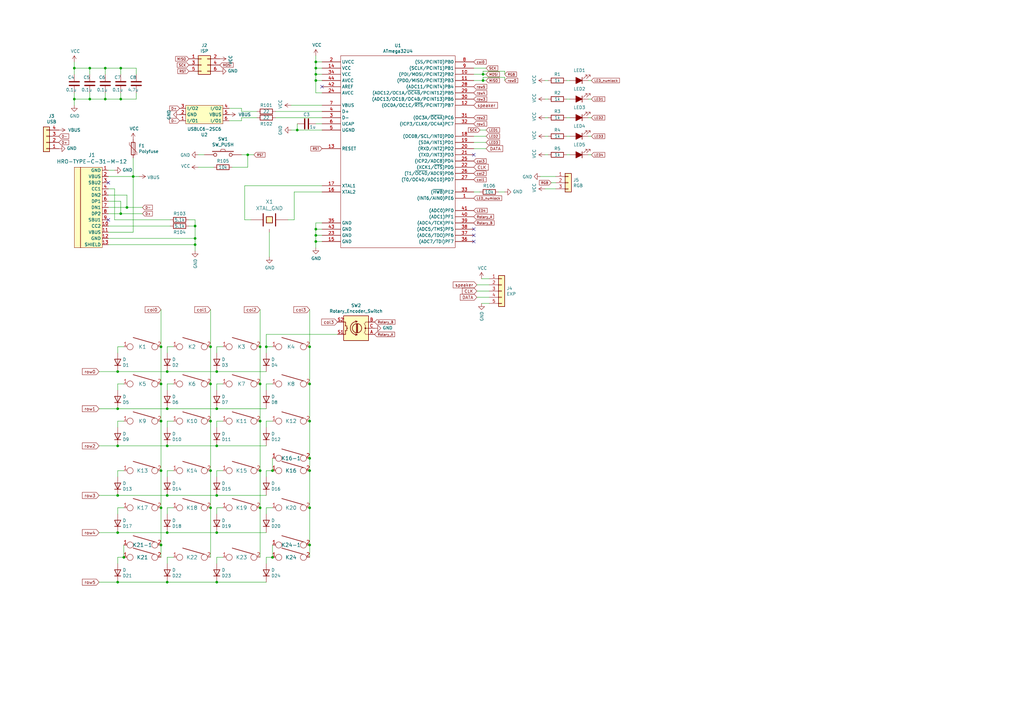
<source format=kicad_sch>
(kicad_sch (version 20200512) (host eeschema "(5.99.0-1789-gecec7192f)")
  (page 1 1)
  (paper "A3")
  (junction (at 30.48 27.94))
  (junction (at 30.48 40.64))
  (junction (at 36.83 27.94))
  (junction (at 36.83 40.64))
  (junction (at 43.18 27.94))
  (junction (at 43.18 40.64))
  (junction (at 48.26 152.4))
  (junction (at 48.26 167.64))
  (junction (at 48.26 182.88))
  (junction (at 48.26 203.2))
  (junction (at 48.26 218.44))
  (junction (at 48.26 238.76))
  (junction (at 49.53 27.94))
  (junction (at 49.53 40.64))
  (junction (at 49.53 87.63))
  (junction (at 50.8 228.6))
  (junction (at 52.07 85.09))
  (junction (at 54.61 72.39))
  (junction (at 66.04 142.24))
  (junction (at 66.04 157.48))
  (junction (at 66.04 172.72))
  (junction (at 66.04 193.04))
  (junction (at 66.04 208.28))
  (junction (at 66.04 223.52))
  (junction (at 68.58 152.4))
  (junction (at 68.58 167.64))
  (junction (at 68.58 182.88))
  (junction (at 68.58 203.2))
  (junction (at 68.58 218.44))
  (junction (at 68.58 238.76))
  (junction (at 80.01 92.71))
  (junction (at 80.01 97.79))
  (junction (at 80.01 100.33))
  (junction (at 86.36 142.24))
  (junction (at 86.36 157.48))
  (junction (at 86.36 172.72))
  (junction (at 86.36 193.04))
  (junction (at 86.36 208.28))
  (junction (at 88.9 152.4))
  (junction (at 88.9 167.64))
  (junction (at 88.9 182.88))
  (junction (at 88.9 203.2))
  (junction (at 88.9 218.44))
  (junction (at 88.9 238.76))
  (junction (at 101.6 63.5))
  (junction (at 106.68 142.24))
  (junction (at 106.68 157.48))
  (junction (at 106.68 172.72))
  (junction (at 106.68 193.04))
  (junction (at 106.68 208.28))
  (junction (at 109.22 142.24))
  (junction (at 111.76 193.04))
  (junction (at 111.76 228.6))
  (junction (at 121.92 53.34))
  (junction (at 127 142.24))
  (junction (at 127 157.48))
  (junction (at 127 172.72))
  (junction (at 127 187.96))
  (junction (at 127 193.04))
  (junction (at 127 208.28))
  (junction (at 127 223.52))
  (junction (at 129.54 25.4))
  (junction (at 129.54 27.94))
  (junction (at 129.54 30.48))
  (junction (at 129.54 33.02))
  (junction (at 129.54 93.98))
  (junction (at 129.54 96.52))
  (junction (at 129.54 99.06))
  (junction (at 198.12 30.48))
  (junction (at 198.12 33.02))
  (no_connect (at 194.31 93.98))
  (no_connect (at 194.31 99.06))
  (no_connect (at 194.31 63.5))
  (no_connect (at 44.45 74.93))
  (no_connect (at 132.08 35.56))
  (no_connect (at 194.31 96.52))
  (no_connect (at 44.45 90.17))
  (wire (pts (xy 30.48 25.4) (xy 30.48 27.94)))
  (wire (pts (xy 30.48 27.94) (xy 30.48 30.48)))
  (wire (pts (xy 30.48 27.94) (xy 36.83 27.94)))
  (wire (pts (xy 30.48 38.1) (xy 30.48 40.64)))
  (wire (pts (xy 30.48 40.64) (xy 30.48 43.18)))
  (wire (pts (xy 30.48 40.64) (xy 36.83 40.64)))
  (wire (pts (xy 36.83 27.94) (xy 43.18 27.94)))
  (wire (pts (xy 36.83 30.48) (xy 36.83 27.94)))
  (wire (pts (xy 36.83 40.64) (xy 36.83 38.1)))
  (wire (pts (xy 36.83 40.64) (xy 43.18 40.64)))
  (wire (pts (xy 40.64 152.4) (xy 48.26 152.4)))
  (wire (pts (xy 40.64 167.64) (xy 48.26 167.64)))
  (wire (pts (xy 40.64 182.88) (xy 48.26 182.88)))
  (wire (pts (xy 40.64 203.2) (xy 48.26 203.2)))
  (wire (pts (xy 40.64 218.44) (xy 48.26 218.44)))
  (wire (pts (xy 40.64 238.76) (xy 48.26 238.76)))
  (wire (pts (xy 43.18 27.94) (xy 49.53 27.94)))
  (wire (pts (xy 43.18 30.48) (xy 43.18 27.94)))
  (wire (pts (xy 43.18 40.64) (xy 43.18 38.1)))
  (wire (pts (xy 43.18 40.64) (xy 49.53 40.64)))
  (wire (pts (xy 44.45 69.85) (xy 46.99 69.85)))
  (wire (pts (xy 44.45 72.39) (xy 54.61 72.39)))
  (wire (pts (xy 44.45 77.47) (xy 46.99 77.47)))
  (wire (pts (xy 44.45 80.01) (xy 52.07 80.01)))
  (wire (pts (xy 44.45 87.63) (xy 49.53 87.63)))
  (wire (pts (xy 44.45 92.71) (xy 69.85 92.71)))
  (wire (pts (xy 44.45 97.79) (xy 80.01 97.79)))
  (wire (pts (xy 44.45 100.33) (xy 80.01 100.33)))
  (wire (pts (xy 46.99 77.47) (xy 46.99 90.17)))
  (wire (pts (xy 46.99 90.17) (xy 69.85 90.17)))
  (wire (pts (xy 48.26 142.24) (xy 50.8 142.24)))
  (wire (pts (xy 48.26 144.78) (xy 48.26 142.24)))
  (wire (pts (xy 48.26 152.4) (xy 68.58 152.4)))
  (wire (pts (xy 48.26 157.48) (xy 50.8 157.48)))
  (wire (pts (xy 48.26 160.02) (xy 48.26 157.48)))
  (wire (pts (xy 48.26 167.64) (xy 68.58 167.64)))
  (wire (pts (xy 48.26 172.72) (xy 50.8 172.72)))
  (wire (pts (xy 48.26 175.26) (xy 48.26 172.72)))
  (wire (pts (xy 48.26 182.88) (xy 68.58 182.88)))
  (wire (pts (xy 48.26 193.04) (xy 50.8 193.04)))
  (wire (pts (xy 48.26 195.58) (xy 48.26 193.04)))
  (wire (pts (xy 48.26 203.2) (xy 68.58 203.2)))
  (wire (pts (xy 48.26 208.28) (xy 50.8 208.28)))
  (wire (pts (xy 48.26 210.82) (xy 48.26 208.28)))
  (wire (pts (xy 48.26 218.44) (xy 68.58 218.44)))
  (wire (pts (xy 48.26 228.6) (xy 50.8 228.6)))
  (wire (pts (xy 48.26 231.14) (xy 48.26 228.6)))
  (wire (pts (xy 48.26 238.76) (xy 68.58 238.76)))
  (wire (pts (xy 49.53 27.94) (xy 55.88 27.94)))
  (wire (pts (xy 49.53 30.48) (xy 49.53 27.94)))
  (wire (pts (xy 49.53 40.64) (xy 49.53 38.1)))
  (wire (pts (xy 49.53 40.64) (xy 55.88 40.64)))
  (wire (pts (xy 49.53 82.55) (xy 44.45 82.55)))
  (wire (pts (xy 49.53 87.63) (xy 49.53 82.55)))
  (wire (pts (xy 49.53 87.63) (xy 58.42 87.63)))
  (wire (pts (xy 50.8 223.52) (xy 50.8 228.6)))
  (wire (pts (xy 52.07 80.01) (xy 52.07 85.09)))
  (wire (pts (xy 52.07 85.09) (xy 44.45 85.09)))
  (wire (pts (xy 52.07 85.09) (xy 58.42 85.09)))
  (wire (pts (xy 54.61 72.39) (xy 54.61 64.77)))
  (wire (pts (xy 54.61 72.39) (xy 54.61 95.25)))
  (wire (pts (xy 54.61 72.39) (xy 57.15 72.39)))
  (wire (pts (xy 54.61 95.25) (xy 44.45 95.25)))
  (wire (pts (xy 55.88 27.94) (xy 55.88 30.48)))
  (wire (pts (xy 55.88 40.64) (xy 55.88 38.1)))
  (wire (pts (xy 66.04 127) (xy 66.04 142.24)))
  (wire (pts (xy 66.04 142.24) (xy 66.04 157.48)))
  (wire (pts (xy 66.04 157.48) (xy 66.04 172.72)))
  (wire (pts (xy 66.04 172.72) (xy 66.04 193.04)))
  (wire (pts (xy 66.04 193.04) (xy 66.04 208.28)))
  (wire (pts (xy 66.04 208.28) (xy 66.04 223.52)))
  (wire (pts (xy 66.04 223.52) (xy 66.04 228.6)))
  (wire (pts (xy 68.58 142.24) (xy 71.12 142.24)))
  (wire (pts (xy 68.58 144.78) (xy 68.58 142.24)))
  (wire (pts (xy 68.58 152.4) (xy 88.9 152.4)))
  (wire (pts (xy 68.58 157.48) (xy 71.12 157.48)))
  (wire (pts (xy 68.58 160.02) (xy 68.58 157.48)))
  (wire (pts (xy 68.58 167.64) (xy 88.9 167.64)))
  (wire (pts (xy 68.58 172.72) (xy 71.12 172.72)))
  (wire (pts (xy 68.58 175.26) (xy 68.58 172.72)))
  (wire (pts (xy 68.58 182.88) (xy 88.9 182.88)))
  (wire (pts (xy 68.58 193.04) (xy 71.12 193.04)))
  (wire (pts (xy 68.58 195.58) (xy 68.58 193.04)))
  (wire (pts (xy 68.58 203.2) (xy 88.9 203.2)))
  (wire (pts (xy 68.58 208.28) (xy 71.12 208.28)))
  (wire (pts (xy 68.58 210.82) (xy 68.58 208.28)))
  (wire (pts (xy 68.58 218.44) (xy 88.9 218.44)))
  (wire (pts (xy 68.58 228.6) (xy 71.12 228.6)))
  (wire (pts (xy 68.58 231.14) (xy 68.58 228.6)))
  (wire (pts (xy 68.58 238.76) (xy 88.9 238.76)))
  (wire (pts (xy 77.47 90.17) (xy 80.01 90.17)))
  (wire (pts (xy 77.47 92.71) (xy 80.01 92.71)))
  (wire (pts (xy 80.01 90.17) (xy 80.01 92.71)))
  (wire (pts (xy 80.01 92.71) (xy 80.01 97.79)))
  (wire (pts (xy 80.01 97.79) (xy 80.01 100.33)))
  (wire (pts (xy 80.01 100.33) (xy 80.01 102.87)))
  (wire (pts (xy 81.28 63.5) (xy 83.82 63.5)))
  (wire (pts (xy 81.28 68.58) (xy 87.63 68.58)))
  (wire (pts (xy 86.36 142.24) (xy 86.36 127)))
  (wire (pts (xy 86.36 157.48) (xy 86.36 142.24)))
  (wire (pts (xy 86.36 172.72) (xy 86.36 157.48)))
  (wire (pts (xy 86.36 172.72) (xy 86.36 193.04)))
  (wire (pts (xy 86.36 208.28) (xy 86.36 193.04)))
  (wire (pts (xy 86.36 208.28) (xy 86.36 228.6)))
  (wire (pts (xy 88.9 142.24) (xy 91.44 142.24)))
  (wire (pts (xy 88.9 144.78) (xy 88.9 142.24)))
  (wire (pts (xy 88.9 152.4) (xy 109.22 152.4)))
  (wire (pts (xy 88.9 157.48) (xy 91.44 157.48)))
  (wire (pts (xy 88.9 160.02) (xy 88.9 157.48)))
  (wire (pts (xy 88.9 167.64) (xy 109.22 167.64)))
  (wire (pts (xy 88.9 172.72) (xy 91.44 172.72)))
  (wire (pts (xy 88.9 175.26) (xy 88.9 172.72)))
  (wire (pts (xy 88.9 182.88) (xy 109.22 182.88)))
  (wire (pts (xy 88.9 193.04) (xy 91.44 193.04)))
  (wire (pts (xy 88.9 195.58) (xy 88.9 193.04)))
  (wire (pts (xy 88.9 203.2) (xy 109.22 203.2)))
  (wire (pts (xy 88.9 208.28) (xy 91.44 208.28)))
  (wire (pts (xy 88.9 210.82) (xy 88.9 208.28)))
  (wire (pts (xy 88.9 218.44) (xy 109.22 218.44)))
  (wire (pts (xy 88.9 228.6) (xy 91.44 228.6)))
  (wire (pts (xy 88.9 231.14) (xy 88.9 228.6)))
  (wire (pts (xy 88.9 238.76) (xy 109.22 238.76)))
  (wire (pts (xy 93.98 44.45) (xy 99.06 44.45)))
  (wire (pts (xy 93.98 49.53) (xy 99.06 49.53)))
  (wire (pts (xy 99.06 44.45) (xy 99.06 45.72)))
  (wire (pts (xy 99.06 45.72) (xy 105.41 45.72)))
  (wire (pts (xy 99.06 48.26) (xy 105.41 48.26)))
  (wire (pts (xy 99.06 49.53) (xy 99.06 48.26)))
  (wire (pts (xy 99.06 63.5) (xy 101.6 63.5)))
  (wire (pts (xy 100.33 76.2) (xy 132.08 76.2)))
  (wire (pts (xy 100.33 90.17) (xy 100.33 76.2)))
  (wire (pts (xy 100.33 90.17) (xy 102.87 90.17)))
  (wire (pts (xy 101.6 63.5) (xy 101.6 68.58)))
  (wire (pts (xy 101.6 68.58) (xy 95.25 68.58)))
  (wire (pts (xy 104.14 63.5) (xy 101.6 63.5)))
  (wire (pts (xy 106.68 127) (xy 106.68 142.24)))
  (wire (pts (xy 106.68 142.24) (xy 106.68 157.48)))
  (wire (pts (xy 106.68 157.48) (xy 106.68 172.72)))
  (wire (pts (xy 106.68 172.72) (xy 106.68 193.04)))
  (wire (pts (xy 106.68 193.04) (xy 106.68 208.28)))
  (wire (pts (xy 106.68 208.28) (xy 106.68 228.6)))
  (wire (pts (xy 109.22 137.16) (xy 109.22 142.24)))
  (wire (pts (xy 109.22 142.24) (xy 111.76 142.24)))
  (wire (pts (xy 109.22 144.78) (xy 109.22 142.24)))
  (wire (pts (xy 109.22 157.48) (xy 111.76 157.48)))
  (wire (pts (xy 109.22 160.02) (xy 109.22 157.48)))
  (wire (pts (xy 109.22 172.72) (xy 111.76 172.72)))
  (wire (pts (xy 109.22 175.26) (xy 109.22 172.72)))
  (wire (pts (xy 109.22 193.04) (xy 111.76 193.04)))
  (wire (pts (xy 109.22 195.58) (xy 109.22 193.04)))
  (wire (pts (xy 109.22 208.28) (xy 111.76 208.28)))
  (wire (pts (xy 109.22 210.82) (xy 109.22 208.28)))
  (wire (pts (xy 109.22 228.6) (xy 111.76 228.6)))
  (wire (pts (xy 109.22 231.14) (xy 109.22 228.6)))
  (wire (pts (xy 110.49 95.25) (xy 110.49 105.41)))
  (wire (pts (xy 111.76 187.96) (xy 111.76 193.04)))
  (wire (pts (xy 111.76 223.52) (xy 111.76 228.6)))
  (wire (pts (xy 113.03 45.72) (xy 132.08 45.72)))
  (wire (pts (xy 113.03 48.26) (xy 132.08 48.26)))
  (wire (pts (xy 119.38 53.34) (xy 121.92 53.34)))
  (wire (pts (xy 120.65 78.74) (xy 120.65 90.17)))
  (wire (pts (xy 120.65 90.17) (xy 118.11 90.17)))
  (wire (pts (xy 121.92 50.8) (xy 121.92 53.34)))
  (wire (pts (xy 121.92 53.34) (xy 132.08 53.34)))
  (wire (pts (xy 127 127) (xy 127 142.24)))
  (wire (pts (xy 127 142.24) (xy 127 157.48)))
  (wire (pts (xy 127 157.48) (xy 127 172.72)))
  (wire (pts (xy 127 172.72) (xy 127 187.96)))
  (wire (pts (xy 127 187.96) (xy 127 193.04)))
  (wire (pts (xy 127 193.04) (xy 127 208.28)))
  (wire (pts (xy 127 208.28) (xy 127 223.52)))
  (wire (pts (xy 127 223.52) (xy 127 228.6)))
  (wire (pts (xy 129.54 22.86) (xy 129.54 25.4)))
  (wire (pts (xy 129.54 25.4) (xy 129.54 27.94)))
  (wire (pts (xy 129.54 27.94) (xy 129.54 30.48)))
  (wire (pts (xy 129.54 30.48) (xy 129.54 33.02)))
  (wire (pts (xy 129.54 33.02) (xy 129.54 38.1)))
  (wire (pts (xy 129.54 38.1) (xy 132.08 38.1)))
  (wire (pts (xy 129.54 91.44) (xy 129.54 93.98)))
  (wire (pts (xy 129.54 93.98) (xy 129.54 96.52)))
  (wire (pts (xy 129.54 96.52) (xy 129.54 99.06)))
  (wire (pts (xy 129.54 99.06) (xy 132.08 99.06)))
  (wire (pts (xy 129.54 101.6) (xy 129.54 99.06)))
  (wire (pts (xy 132.08 25.4) (xy 129.54 25.4)))
  (wire (pts (xy 132.08 27.94) (xy 129.54 27.94)))
  (wire (pts (xy 132.08 30.48) (xy 129.54 30.48)))
  (wire (pts (xy 132.08 33.02) (xy 129.54 33.02)))
  (wire (pts (xy 132.08 43.18) (xy 119.38 43.18)))
  (wire (pts (xy 132.08 50.8) (xy 129.54 50.8)))
  (wire (pts (xy 132.08 78.74) (xy 120.65 78.74)))
  (wire (pts (xy 132.08 91.44) (xy 129.54 91.44)))
  (wire (pts (xy 132.08 93.98) (xy 129.54 93.98)))
  (wire (pts (xy 132.08 96.52) (xy 129.54 96.52)))
  (wire (pts (xy 138.43 137.16) (xy 109.22 137.16)))
  (wire (pts (xy 194.31 27.94) (xy 199.39 27.94)))
  (wire (pts (xy 194.31 33.02) (xy 198.12 33.02)))
  (wire (pts (xy 194.31 58.42) (xy 199.39 58.42)))
  (wire (pts (xy 195.58 116.84) (xy 200.66 116.84)))
  (wire (pts (xy 195.58 119.38) (xy 200.66 119.38)))
  (wire (pts (xy 195.58 121.92) (xy 200.66 121.92)))
  (wire (pts (xy 196.85 53.34) (xy 199.39 53.34)))
  (wire (pts (xy 196.85 78.74) (xy 194.31 78.74)))
  (wire (pts (xy 197.485 114.3) (xy 200.66 114.3)))
  (wire (pts (xy 197.485 124.46) (xy 200.66 124.46)))
  (wire (pts (xy 198.12 29.21) (xy 198.12 30.48)))
  (wire (pts (xy 198.12 30.48) (xy 194.31 30.48)))
  (wire (pts (xy 198.12 31.75) (xy 198.12 33.02)))
  (wire (pts (xy 198.12 31.75) (xy 207.01 31.75)))
  (wire (pts (xy 198.12 33.02) (xy 199.39 33.02)))
  (wire (pts (xy 199.39 30.48) (xy 198.12 30.48)))
  (wire (pts (xy 199.39 55.88) (xy 194.31 55.88)))
  (wire (pts (xy 199.39 60.96) (xy 194.31 60.96)))
  (wire (pts (xy 207.01 29.21) (xy 198.12 29.21)))
  (wire (pts (xy 207.01 30.48) (xy 207.01 29.21)))
  (wire (pts (xy 207.01 33.02) (xy 207.01 31.75)))
  (wire (pts (xy 207.01 78.74) (xy 204.47 78.74)))
  (wire (pts (xy 221.615 72.39) (xy 227.965 72.39)))
  (wire (pts (xy 223.52 33.02) (xy 224.79 33.02)))
  (wire (pts (xy 223.52 40.64) (xy 224.79 40.64)))
  (wire (pts (xy 223.52 48.26) (xy 224.79 48.26)))
  (wire (pts (xy 223.52 55.88) (xy 224.79 55.88)))
  (wire (pts (xy 223.52 63.5) (xy 224.79 63.5)))
  (wire (pts (xy 223.52 77.47) (xy 227.965 77.47)))
  (wire (pts (xy 226.06 74.93) (xy 227.965 74.93)))
  (wire (pts (xy 233.68 33.02) (xy 232.41 33.02)))
  (wire (pts (xy 233.68 40.64) (xy 232.41 40.64)))
  (wire (pts (xy 233.68 48.26) (xy 232.41 48.26)))
  (wire (pts (xy 233.68 55.88) (xy 232.41 55.88)))
  (wire (pts (xy 233.68 63.5) (xy 232.41 63.5)))
  (wire (pts (xy 241.3 33.02) (xy 242.57 33.02)))
  (wire (pts (xy 241.3 40.64) (xy 242.57 40.64)))
  (wire (pts (xy 241.3 48.26) (xy 242.57 48.26)))
  (wire (pts (xy 241.3 55.88) (xy 242.57 55.88)))
  (wire (pts (xy 241.3 63.5) (xy 242.57 63.5)))
  (global_label "D-" (shape input) (at 24.13 55.88 0) (effects (font (size 0.9906 0.9906))))
  (global_label "D+" (shape input) (at 24.13 58.42 0) (effects (font (size 0.9906 0.9906))))
  (global_label "row0" (shape input) (at 40.64 152.4 180))
  (global_label "row1" (shape input) (at 40.64 167.64 180))
  (global_label "row2" (shape input) (at 40.64 182.88 180))
  (global_label "row3" (shape input) (at 40.64 203.2 180))
  (global_label "row4" (shape input) (at 40.64 218.44 180))
  (global_label "row5" (shape input) (at 40.64 238.76 180))
  (global_label "D-" (shape input) (at 58.42 85.09 0) (effects (font (size 0.9906 0.9906))))
  (global_label "D+" (shape input) (at 58.42 87.63 0) (effects (font (size 0.9906 0.9906))))
  (global_label "col0" (shape input) (at 66.04 127 180))
  (global_label "D+" (shape input) (at 73.66 44.45 180) (effects (font (size 0.9906 0.9906))))
  (global_label "D-" (shape input) (at 73.66 49.53 180) (effects (font (size 0.9906 0.9906))))
  (global_label "MISO" (shape input) (at 77.47 24.13 180) (effects (font (size 0.9906 0.9906))))
  (global_label "SCK" (shape input) (at 77.47 26.67 180) (effects (font (size 0.9906 0.9906))))
  (global_label "RST" (shape input) (at 77.47 29.21 180) (effects (font (size 0.9906 0.9906))))
  (global_label "col1" (shape input) (at 86.36 127 180))
  (global_label "MOSI" (shape input) (at 90.17 26.67 0) (effects (font (size 0.9906 0.9906))))
  (global_label "RST" (shape input) (at 104.14 63.5 0) (effects (font (size 0.9906 0.9906))))
  (global_label "col2" (shape input) (at 106.68 127 180))
  (global_label "col3" (shape input) (at 127 127 180))
  (global_label "RST" (shape input) (at 132.08 60.96 180) (effects (font (size 0.9906 0.9906))))
  (global_label "col3" (shape input) (at 138.43 132.08 180))
  (global_label "Rotary_B" (shape input) (at 153.67 132.08 0) (effects (font (size 0.9906 0.9906))))
  (global_label "Rotary_A" (shape input) (at 153.67 137.16 0) (effects (font (size 0.9906 0.9906))))
  (global_label "col0" (shape input) (at 194.31 25.4 0) (effects (font (size 0.9906 0.9906))))
  (global_label "row5" (shape input) (at 194.31 35.56 0) (effects (font (size 0.9906 0.9906))))
  (global_label "row4" (shape input) (at 194.31 38.1 0) (effects (font (size 0.9906 0.9906))))
  (global_label "row3" (shape input) (at 194.31 40.64 0) (effects (font (size 0.9906 0.9906))))
  (global_label "speaker" (shape input) (at 194.31 43.18 0))
  (global_label "row2" (shape input) (at 194.31 48.26 0) (effects (font (size 0.9906 0.9906))))
  (global_label "row1" (shape input) (at 194.31 50.8 0) (effects (font (size 0.9906 0.9906))))
  (global_label "col3" (shape input) (at 194.31 66.04 0) (effects (font (size 0.9906 0.9906))))
  (global_label "CLK" (shape input) (at 194.31 68.58 0))
  (global_label "col2" (shape input) (at 194.31 71.12 0) (effects (font (size 0.9906 0.9906))))
  (global_label "col1" (shape input) (at 194.31 73.66 0) (effects (font (size 0.9906 0.9906))))
  (global_label "LED_numlock" (shape input) (at 194.31 81.28 0) (effects (font (size 0.9906 0.9906))))
  (global_label "LED4" (shape input) (at 194.31 86.36 0) (effects (font (size 0.9906 0.9906))))
  (global_label "Rotary_A" (shape input) (at 194.31 88.9 0) (effects (font (size 0.9906 0.9906))))
  (global_label "Rotary_B" (shape input) (at 194.31 91.44 0) (effects (font (size 0.9906 0.9906))))
  (global_label "speaker" (shape input) (at 195.58 116.84 180))
  (global_label "CLK" (shape input) (at 195.58 119.38 180))
  (global_label "DATA" (shape input) (at 195.58 121.92 180))
  (global_label "SCK" (shape input) (at 196.85 53.34 180) (effects (font (size 0.9906 0.9906))))
  (global_label "SCK" (shape input) (at 199.39 27.94 0) (effects (font (size 0.9906 0.9906))))
  (global_label "MOSI" (shape input) (at 199.39 30.48 0) (effects (font (size 0.9906 0.9906))))
  (global_label "MISO" (shape input) (at 199.39 33.02 0) (effects (font (size 0.9906 0.9906))))
  (global_label "LED1" (shape input) (at 199.39 53.34 0) (effects (font (size 0.9906 0.9906))))
  (global_label "LED2" (shape input) (at 199.39 55.88 0) (effects (font (size 0.9906 0.9906))))
  (global_label "LED3" (shape input) (at 199.39 58.42 0) (effects (font (size 0.9906 0.9906))))
  (global_label "DATA" (shape input) (at 199.39 60.96 0))
  (global_label "RGB" (shape input) (at 207.01 30.48 0) (effects (font (size 0.991 0.991))))
  (global_label "row0" (shape input) (at 207.01 33.02 0) (effects (font (size 0.9906 0.9906))))
  (global_label "RGB" (shape input) (at 226.06 74.93 180) (effects (font (size 0.991 0.991))))
  (global_label "LED_numlock" (shape input) (at 242.57 33.02 0) (effects (font (size 0.9906 0.9906))))
  (global_label "LED1" (shape input) (at 242.57 40.64 0) (effects (font (size 0.9906 0.9906))))
  (global_label "LED2" (shape input) (at 242.57 48.26 0) (effects (font (size 0.9906 0.9906))))
  (global_label "LED3" (shape input) (at 242.57 55.88 0) (effects (font (size 0.9906 0.9906))))
  (global_label "LED4" (shape input) (at 242.57 63.5 0) (effects (font (size 0.9906 0.9906))))
  (symbol (lib_id "Power:VBUS") (at 24.13 53.34 270) (unit 1)
    (property "Reference" "#PWR0114" (effects hide))
    (property "Value" "VBUS" (at 27.94 53.34 90) (effects (justify left)))
  )
  (symbol (lib_id "Power:VCC") (at 30.48 25.4 0) (unit 1)
    (property "Reference" "#PWR0109" (effects hide))
    (property "Value" "VCC" (at 30.9118 21.0058 0))
  )
  (symbol (lib_id "Power:VCC") (at 54.61 57.15 0) (unit 1)
    (property "Reference" "#PWR0112" (effects hide))
    (property "Value" "VCC" (at 55.0418 52.7558 0))
  )
  (symbol (lib_id "Power:VBUS") (at 57.15 72.39 270) (unit 1)
    (property "Reference" "#PWR0124" (effects hide))
    (property "Value" "VBUS" (at 60.4012 72.771 90) (effects (justify left)))
  )
  (symbol (lib_id "Power:VCC") (at 81.28 68.58 90) (unit 1)
    (property "Reference" "#PWR0104" (effects hide))
    (property "Value" "VCC" (at 78.0542 68.1228 90) (effects (justify left)))
  )
  (symbol (lib_id "Power:VCC") (at 90.17 24.13 270) (unit 1)
    (property "Reference" "#PWR0121" (effects hide))
    (property "Value" "VCC" (at 94.5642 24.5618 0))
  )
  (symbol (lib_id "Power:VBUS") (at 93.98 46.99 270) (unit 1)
    (property "Reference" "#PWR0125" (effects hide))
    (property "Value" "VBUS" (at 97.79 46.99 90) (effects (justify left)))
  )
  (symbol (lib_id "Power:VCC") (at 119.38 43.18 90) (unit 1)
    (property "Reference" "#PWR0113" (effects hide))
    (property "Value" "VCC" (at 114.9858 42.7482 0))
  )
  (symbol (lib_id "Power:VCC") (at 129.54 22.86 0) (unit 1)
    (property "Reference" "#PWR0103" (effects hide))
    (property "Value" "VCC" (at 129.9718 18.4658 0))
  )
  (symbol (lib_id "Power:VCC") (at 197.485 114.3 0) (unit 1)
    (property "Reference" "#PWR05" (effects hide))
    (property "Value" "VCC" (at 197.8533 109.9756 0))
  )
  (symbol (lib_id "Power:VCC") (at 223.52 33.02 90) (unit 1)
    (property "Reference" "#PWR0116" (effects hide))
    (property "Value" "VCC" (at 219.1258 32.5882 0))
  )
  (symbol (lib_id "Power:VCC") (at 223.52 40.64 90) (unit 1)
    (property "Reference" "#PWR01" (effects hide))
    (property "Value" "VCC" (at 219.1258 40.2082 0))
  )
  (symbol (lib_id "Power:VCC") (at 223.52 48.26 90) (unit 1)
    (property "Reference" "#PWR02" (effects hide))
    (property "Value" "VCC" (at 219.1258 47.8282 0))
  )
  (symbol (lib_id "Power:VCC") (at 223.52 55.88 90) (unit 1)
    (property "Reference" "#PWR03" (effects hide))
    (property "Value" "VCC" (at 219.1258 55.4482 0))
  )
  (symbol (lib_id "Power:VCC") (at 223.52 63.5 90) (unit 1)
    (property "Reference" "#PWR04" (effects hide))
    (property "Value" "VCC" (at 219.1258 63.0682 0))
  )
  (symbol (lib_id "Power:VCC") (at 223.52 77.47 90) (unit 1)
    (property "Reference" "#PWR0118" (effects hide))
    (property "Value" "VCC" (at 219.1258 77.0382 0))
  )
  (symbol (lib_id "Power:GND") (at 24.13 60.96 90) (unit 1)
    (property "Reference" "#PWR0115" (effects hide))
    (property "Value" "GND" (at 27.3812 60.833 90) (effects (justify right)))
  )
  (symbol (lib_id "Power:GND") (at 30.48 43.18 0) (unit 1)
    (property "Reference" "#PWR0110" (effects hide))
    (property "Value" "GND" (at 30.607 47.5742 0))
  )
  (symbol (lib_id "Power:GND") (at 46.99 69.85 90) (unit 1)
    (property "Reference" "#PWR0102" (effects hide))
    (property "Value" "GND" (at 50.2412 69.723 90) (effects (justify right)))
  )
  (symbol (lib_id "Power:GND") (at 73.66 46.99 270) (unit 1)
    (property "Reference" "#PWR0126" (effects hide))
    (property "Value" "GND" (at 69.2658 47.117 0))
  )
  (symbol (lib_id "Power:GND") (at 80.01 102.87 0) (unit 1)
    (property "Reference" "#PWR0111" (effects hide))
    (property "Value" "GND" (at 80.137 106.1212 90) (effects (justify right)))
  )
  (symbol (lib_id "Power:GND") (at 81.28 63.5 270) (unit 1)
    (property "Reference" "#PWR0105" (effects hide))
    (property "Value" "GND" (at 78.0288 63.627 90) (effects (justify right)))
  )
  (symbol (lib_id "Power:GND") (at 90.17 29.21 90) (unit 1)
    (property "Reference" "#PWR0120" (effects hide))
    (property "Value" "GND" (at 93.4212 29.083 90) (effects (justify right)))
  )
  (symbol (lib_id "Power:GND") (at 110.49 105.41 0) (unit 1)
    (property "Reference" "#PWR0107" (effects hide))
    (property "Value" "GND" (at 110.617 109.8042 0))
  )
  (symbol (lib_id "Power:GND") (at 119.38 53.34 270) (unit 1)
    (property "Reference" "#PWR0101" (effects hide))
    (property "Value" "GND" (at 114.9858 53.467 0))
  )
  (symbol (lib_id "Power:GND") (at 129.54 101.6 0) (unit 1)
    (property "Reference" "#PWR0108" (effects hide))
    (property "Value" "GND" (at 129.667 105.9942 0))
  )
  (symbol (lib_id "Power:GND") (at 153.67 134.62 90) (unit 1)
    (property "Reference" "#PWR0117" (effects hide))
    (property "Value" "GND" (at 156.9212 134.493 90) (effects (justify right)))
  )
  (symbol (lib_id "Power:GND") (at 197.485 124.46 0) (unit 1)
    (property "Reference" "#PWR06" (effects hide))
    (property "Value" "GND" (at 197.612 127.7112 90) (effects (justify right)))
  )
  (symbol (lib_id "Power:GND") (at 207.01 78.74 90) (unit 1)
    (property "Reference" "#PWR0106" (effects hide))
    (property "Value" "GND" (at 210.2612 78.613 90) (effects (justify right)))
  )
  (symbol (lib_id "Power:GND") (at 221.615 72.39 270) (unit 1)
    (property "Reference" "#PWR0119" (effects hide))
    (property "Value" "GND" (at 218.3638 72.517 90) (effects (justify right)))
  )
  (symbol (lib_id "Device:R") (at 73.66 90.17 270) (unit 1)
    (property "Reference" "R103" (at 73.66 87.63 90))
    (property "Value" "5.1k" (at 73.66 90.17 90))
    (property "Footprint" "Keeb_components:R_0805" (effects hide))
  )
  (symbol (lib_id "Device:R") (at 73.66 92.71 90) (unit 1)
    (property "Reference" "R104" (at 73.66 95.25 90))
    (property "Value" "5.1k" (at 73.66 92.71 90))
    (property "Footprint" "Keeb_components:R_0805" (effects hide))
  )
  (symbol (lib_id "Device:R") (at 91.44 68.58 270) (unit 1)
    (property "Reference" "R105" (at 91.44 66.04 90))
    (property "Value" "10k" (at 91.44 68.58 90))
    (property "Footprint" "Keeb_components:R_0805" (effects hide))
  )
  (symbol (lib_id "Device:R") (at 109.22 45.72 270) (unit 1)
    (property "Reference" "R101" (at 109.22 43.18 90))
    (property "Value" "22" (at 109.22 45.72 90))
    (property "Footprint" "Keeb_components:R_0805" (effects hide))
  )
  (symbol (lib_id "Device:R") (at 109.22 48.26 90) (unit 1)
    (property "Reference" "R102" (at 109.22 50.8 90))
    (property "Value" "22" (at 109.22 48.26 90))
    (property "Footprint" "Keeb_components:R_0805" (effects hide))
  )
  (symbol (lib_id "Device:R") (at 200.66 78.74 270) (unit 1)
    (property "Reference" "R106" (at 200.66 76.2 90))
    (property "Value" "10k" (at 200.66 78.74 90))
    (property "Footprint" "Keeb_components:R_0805" (effects hide))
  )
  (symbol (lib_id "Device:R") (at 228.6 33.02 90) (mirror x) (unit 1)
    (property "Reference" "R1" (at 228.6 30.48 90))
    (property "Value" "1k" (at 228.6 33.02 90))
    (property "Footprint" "Keeb_components:R_0805" (effects hide))
  )
  (symbol (lib_id "Device:R") (at 228.6 40.64 90) (mirror x) (unit 1)
    (property "Reference" "R2" (at 228.6 38.1 90))
    (property "Value" "1k" (at 228.6 40.64 90))
    (property "Footprint" "Keeb_components:R_0805" (effects hide))
  )
  (symbol (lib_id "Device:R") (at 228.6 48.26 90) (mirror x) (unit 1)
    (property "Reference" "R3" (at 228.6 45.72 90))
    (property "Value" "1k" (at 228.6 48.26 90))
    (property "Footprint" "Keeb_components:R_0805" (effects hide))
  )
  (symbol (lib_id "Device:R") (at 228.6 55.88 90) (mirror x) (unit 1)
    (property "Reference" "R4" (at 228.6 53.34 90))
    (property "Value" "1k" (at 228.6 55.88 90))
    (property "Footprint" "Keeb_components:R_0805" (effects hide))
  )
  (symbol (lib_id "Device:R") (at 228.6 63.5 90) (mirror x) (unit 1)
    (property "Reference" "R5" (at 228.6 60.96 90))
    (property "Value" "1k" (at 228.6 63.5 90))
    (property "Footprint" "Keeb_components:R_0805" (effects hide))
  )
  (symbol (lib_id "Device:D") (at 48.26 148.59 270) (mirror x) (unit 1)
    (property "Reference" "D1" (at 50.2666 149.7584 90) (effects (justify left)))
    (property "Value" "D" (at 50.2666 147.447 90) (effects (justify left)))
    (property "Footprint" "Keeb_components:D_0805" (effects hide))
  )
  (symbol (lib_id "Device:D") (at 48.26 163.83 270) (mirror x) (unit 1)
    (property "Reference" "D5" (at 50.2666 164.9984 90) (effects (justify left)))
    (property "Value" "D" (at 50.2666 162.687 90) (effects (justify left)))
    (property "Footprint" "Keeb_components:D_0805" (effects hide))
  )
  (symbol (lib_id "Device:D") (at 48.26 179.07 270) (mirror x) (unit 1)
    (property "Reference" "D9" (at 50.2666 180.2384 90) (effects (justify left)))
    (property "Value" "D" (at 50.2666 177.927 90) (effects (justify left)))
    (property "Footprint" "Keeb_components:D_0805" (effects hide))
  )
  (symbol (lib_id "Device:D") (at 48.26 199.39 270) (mirror x) (unit 1)
    (property "Reference" "D13" (at 50.2666 200.5584 90) (effects (justify left)))
    (property "Value" "D" (at 50.2666 198.247 90) (effects (justify left)))
    (property "Footprint" "Keeb_components:D_0805" (effects hide))
  )
  (symbol (lib_id "Device:D") (at 48.26 214.63 270) (mirror x) (unit 1)
    (property "Reference" "D17" (at 50.2666 215.7984 90) (effects (justify left)))
    (property "Value" "D" (at 50.2666 213.487 90) (effects (justify left)))
    (property "Footprint" "Keeb_components:D_0805" (effects hide))
  )
  (symbol (lib_id "Device:D") (at 48.26 234.95 270) (mirror x) (unit 1)
    (property "Reference" "D21" (at 50.2666 236.1184 90) (effects (justify left)))
    (property "Value" "D" (at 50.2666 233.807 90) (effects (justify left)))
    (property "Footprint" "Keeb_components:D_0805" (effects hide))
  )
  (symbol (lib_id "Device:D") (at 68.58 148.59 270) (mirror x) (unit 1)
    (property "Reference" "D2" (at 70.5866 149.7584 90) (effects (justify left)))
    (property "Value" "D" (at 70.5866 147.447 90) (effects (justify left)))
    (property "Footprint" "Keeb_components:D_0805" (effects hide))
  )
  (symbol (lib_id "Device:D") (at 68.58 163.83 270) (mirror x) (unit 1)
    (property "Reference" "D6" (at 70.5866 164.9984 90) (effects (justify left)))
    (property "Value" "D" (at 70.5866 162.687 90) (effects (justify left)))
    (property "Footprint" "Keeb_components:D_0805" (effects hide))
  )
  (symbol (lib_id "Device:D") (at 68.58 179.07 270) (mirror x) (unit 1)
    (property "Reference" "D10" (at 70.5866 180.2384 90) (effects (justify left)))
    (property "Value" "D" (at 70.5866 177.927 90) (effects (justify left)))
    (property "Footprint" "Keeb_components:D_0805" (effects hide))
  )
  (symbol (lib_id "Device:D") (at 68.58 199.39 270) (mirror x) (unit 1)
    (property "Reference" "D14" (at 70.5866 200.5584 90) (effects (justify left)))
    (property "Value" "D" (at 70.5866 198.247 90) (effects (justify left)))
    (property "Footprint" "Keeb_components:D_0805" (effects hide))
  )
  (symbol (lib_id "Device:D") (at 68.58 214.63 270) (mirror x) (unit 1)
    (property "Reference" "D18" (at 70.5866 215.7984 90) (effects (justify left)))
    (property "Value" "D" (at 70.5866 213.487 90) (effects (justify left)))
    (property "Footprint" "Keeb_components:D_0805" (effects hide))
  )
  (symbol (lib_id "Device:D") (at 68.58 234.95 270) (mirror x) (unit 1)
    (property "Reference" "D22" (at 70.5866 236.1184 90) (effects (justify left)))
    (property "Value" "D" (at 70.5866 233.807 90) (effects (justify left)))
    (property "Footprint" "Keeb_components:D_0805" (effects hide))
  )
  (symbol (lib_id "Device:D") (at 88.9 148.59 270) (mirror x) (unit 1)
    (property "Reference" "D3" (at 90.9066 149.7584 90) (effects (justify left)))
    (property "Value" "D" (at 90.9066 147.447 90) (effects (justify left)))
    (property "Footprint" "Keeb_components:D_0805" (effects hide))
  )
  (symbol (lib_id "Device:D") (at 88.9 163.83 270) (mirror x) (unit 1)
    (property "Reference" "D7" (at 90.9066 164.9984 90) (effects (justify left)))
    (property "Value" "D" (at 90.9066 162.687 90) (effects (justify left)))
    (property "Footprint" "Keeb_components:D_0805" (effects hide))
  )
  (symbol (lib_id "Device:D") (at 88.9 179.07 270) (mirror x) (unit 1)
    (property "Reference" "D11" (at 90.9066 180.2384 90) (effects (justify left)))
    (property "Value" "D" (at 90.9066 177.927 90) (effects (justify left)))
    (property "Footprint" "Keeb_components:D_0805" (effects hide))
  )
  (symbol (lib_id "Device:D") (at 88.9 199.39 270) (mirror x) (unit 1)
    (property "Reference" "D15" (at 90.9066 200.5584 90) (effects (justify left)))
    (property "Value" "D" (at 90.9066 198.247 90) (effects (justify left)))
    (property "Footprint" "Keeb_components:D_0805" (effects hide))
  )
  (symbol (lib_id "Device:D") (at 88.9 214.63 270) (mirror x) (unit 1)
    (property "Reference" "D19" (at 90.9066 215.7984 90) (effects (justify left)))
    (property "Value" "D" (at 90.9066 213.487 90) (effects (justify left)))
    (property "Footprint" "Keeb_components:D_0805" (effects hide))
  )
  (symbol (lib_id "Device:D") (at 88.9 234.95 270) (mirror x) (unit 1)
    (property "Reference" "D23" (at 90.9066 236.1184 90) (effects (justify left)))
    (property "Value" "D" (at 90.9066 233.807 90) (effects (justify left)))
    (property "Footprint" "Keeb_components:D_0805" (effects hide))
  )
  (symbol (lib_id "Device:D") (at 109.22 148.59 270) (mirror x) (unit 1)
    (property "Reference" "D4" (at 111.2266 149.7584 90) (effects (justify left)))
    (property "Value" "D" (at 111.2266 147.447 90) (effects (justify left)))
    (property "Footprint" "Keeb_components:D_0805" (effects hide))
  )
  (symbol (lib_id "Device:D") (at 109.22 163.83 270) (mirror x) (unit 1)
    (property "Reference" "D8" (at 111.2266 164.9984 90) (effects (justify left)))
    (property "Value" "D" (at 111.2266 162.687 90) (effects (justify left)))
    (property "Footprint" "Keeb_components:D_0805" (effects hide))
  )
  (symbol (lib_id "Device:D") (at 109.22 179.07 270) (mirror x) (unit 1)
    (property "Reference" "D12" (at 111.2266 180.2384 90) (effects (justify left)))
    (property "Value" "D" (at 111.2266 177.927 90) (effects (justify left)))
    (property "Footprint" "Keeb_components:D_0805" (effects hide))
  )
  (symbol (lib_id "Device:D") (at 109.22 199.39 270) (mirror x) (unit 1)
    (property "Reference" "D16" (at 111.2266 200.5584 90) (effects (justify left)))
    (property "Value" "D" (at 111.2266 198.247 90) (effects (justify left)))
    (property "Footprint" "Keeb_components:D_0805" (effects hide))
  )
  (symbol (lib_id "Device:D") (at 109.22 214.63 270) (mirror x) (unit 1)
    (property "Reference" "D20" (at 111.2266 215.7984 90) (effects (justify left)))
    (property "Value" "D" (at 111.2266 213.487 90) (effects (justify left)))
    (property "Footprint" "Keeb_components:D_0805" (effects hide))
  )
  (symbol (lib_id "Device:D") (at 109.22 234.95 270) (mirror x) (unit 1)
    (property "Reference" "D24" (at 111.2266 236.1184 90) (effects (justify left)))
    (property "Value" "D" (at 111.2266 233.807 90) (effects (justify left)))
    (property "Footprint" "Keeb_components:D_0805" (effects hide))
  )
  (symbol (lib_id "Device:Polyfuse") (at 54.61 60.96 0) (unit 1)
    (property "Reference" "F1" (at 56.8452 59.7916 0) (effects (justify left)))
    (property "Value" "Polyfuse" (at 56.8452 62.103 0) (effects (justify left)))
    (property "Footprint" "Keeb_components:R_0805" (effects hide))
  )
  (symbol (lib_id "Device:LED_ALT") (at 237.49 33.02 180) (unit 1)
    (property "Reference" "LED1" (at 237.6678 28.8544 0))
    (property "Value" "LED_ALT" (effects hide))
    (property "Footprint" "Keeb_switches:CHERRY_MX_LED" (effects hide))
  )
  (symbol (lib_id "Device:LED_ALT") (at 237.49 40.64 180) (unit 1)
    (property "Reference" "LED2" (at 237.6678 36.4744 0))
    (property "Value" "LED_ALT" (effects hide))
    (property "Footprint" "Keeb_switches:CHERRY_MX_LED" (effects hide))
  )
  (symbol (lib_id "Device:LED_ALT") (at 237.49 48.26 180) (unit 1)
    (property "Reference" "LED3" (at 237.6678 44.0944 0))
    (property "Value" "LED_ALT" (effects hide))
    (property "Footprint" "Keeb_switches:CHERRY_MX_LED" (effects hide))
  )
  (symbol (lib_id "Device:LED_ALT") (at 237.49 55.88 180) (unit 1)
    (property "Reference" "LED4" (at 237.6678 51.7144 0))
    (property "Value" "LED_ALT" (effects hide))
    (property "Footprint" "Keeb_switches:CHERRY_MX_LED" (effects hide))
  )
  (symbol (lib_id "Device:LED_ALT") (at 237.49 63.5 180) (unit 1)
    (property "Reference" "LED5" (at 237.6678 59.3344 0))
    (property "Value" "LED_ALT" (effects hide))
    (property "Footprint" "Keeb_switches:CHERRY_MX_LED" (effects hide))
  )
  (symbol (lib_id "Device:C") (at 30.48 34.29 180) (unit 1)
    (property "Reference" "C4" (at 29.21 31.75 0))
    (property "Value" "0.1u" (at 29.21 36.83 0))
    (property "Footprint" "Keeb_components:C_0805" (effects hide))
  )
  (symbol (lib_id "Device:C") (at 36.83 34.29 180) (unit 1)
    (property "Reference" "C5" (at 35.56 31.75 0))
    (property "Value" "0.1u" (at 35.56 36.83 0))
    (property "Footprint" "Keeb_components:C_0805" (effects hide))
  )
  (symbol (lib_id "Device:C") (at 43.18 34.29 180) (unit 1)
    (property "Reference" "C6" (at 41.91 31.75 0))
    (property "Value" "0.1u" (at 41.91 36.83 0))
    (property "Footprint" "Keeb_components:C_0805" (effects hide))
  )
  (symbol (lib_id "Device:C") (at 49.53 34.29 180) (unit 1)
    (property "Reference" "C7" (at 48.26 31.75 0))
    (property "Value" "0.1u" (at 48.26 36.83 0))
    (property "Footprint" "Keeb_components:C_0805" (effects hide))
  )
  (symbol (lib_id "Device:C") (at 55.88 34.29 180) (unit 1)
    (property "Reference" "C8" (at 54.61 31.75 0))
    (property "Value" "4.7u" (at 54.61 36.83 0))
    (property "Footprint" "Keeb_components:C_0805" (effects hide))
  )
  (symbol (lib_id "Device:C") (at 125.73 50.8 270) (unit 1)
    (property "Reference" "C3" (at 125.73 46.99 90))
    (property "Value" "1u" (at 128.27 52.07 90))
    (property "Footprint" "Keeb_components:C_0805" (effects hide))
  )
  (symbol (lib_id "keyboard_parts:SW_PUSH") (at 91.44 63.5 0) (unit 1)
    (property "Reference" "SW1" (at 91.44 57.023 0))
    (property "Value" "SW_PUSH" (at 91.44 59.3344 0))
    (property "Footprint" "Keeb_components:HRO_K2-1109DE-D4SW-01" (effects hide))
  )
  (symbol (lib_id "Connector_Generic:Conn_01x03") (at 233.045 74.93 0) (unit 1)
    (property "Reference" "J5" (at 235.077 73.831 0) (effects (justify left)))
    (property "Value" "RGB" (at 235.077 76.13 0) (effects (justify left)))
    (property "Footprint" "Connector_PinHeader_2.54mm:PinHeader_1x03_P2.54mm_Vertical" (effects hide))
  )
  (symbol (lib_id "Connector_Generic:Conn_01x04") (at 19.05 58.42 180) (unit 1)
    (property "Reference" "J3" (at 21.1328 47.625 0))
    (property "Value" "USB" (at 21.1328 49.9364 0))
    (property "Footprint" "Keeb_components:USB_breakout" (effects hide))
  )
  (symbol (lib_id "keyboard_parts:KEYSW") (at 58.42 142.24 0) (mirror y) (unit 1)
    (property "Reference" "K1" (at 58.42 142.24 0) (effects (font (size 1.524 1.524))))
    (property "Value" "KEYSW" (effects hide))
    (property "Footprint" "Keeb_switches:CHERRY_PLATE_100H" (effects hide))
  )
  (symbol (lib_id "keyboard_parts:KEYSW") (at 58.42 157.48 0) (mirror y) (unit 1)
    (property "Reference" "K5" (at 58.42 157.48 0) (effects (font (size 1.524 1.524))))
    (property "Value" "KEYSW" (effects hide))
    (property "Footprint" "Keeb_switches:CHERRY_PLATE_100H" (effects hide))
  )
  (symbol (lib_id "keyboard_parts:KEYSW") (at 58.42 172.72 0) (mirror y) (unit 1)
    (property "Reference" "K9" (at 58.42 172.72 0) (effects (font (size 1.524 1.524))))
    (property "Value" "KEYSW" (effects hide))
    (property "Footprint" "Keeb_switches:CHERRY_PLATE_100H" (effects hide))
  )
  (symbol (lib_id "keyboard_parts:KEYSW") (at 58.42 193.04 0) (mirror y) (unit 1)
    (property "Reference" "K13" (at 58.42 193.04 0) (effects (font (size 1.524 1.524))))
    (property "Value" "KEYSW" (effects hide))
    (property "Footprint" "Keeb_switches:CHERRY_PLATE_100H" (effects hide))
  )
  (symbol (lib_id "keyboard_parts:KEYSW") (at 58.42 208.28 0) (mirror y) (unit 1)
    (property "Reference" "K17" (at 58.42 208.28 0) (effects (font (size 1.524 1.524))))
    (property "Value" "KEYSW" (effects hide))
    (property "Footprint" "Keeb_switches:CHERRY_PLATE_100H" (effects hide))
  )
  (symbol (lib_id "keyboard_parts:KEYSW") (at 58.42 223.52 0) (mirror y) (unit 1)
    (property "Reference" "K21-1" (at 58.42 223.52 0) (effects (font (size 1.524 1.524))))
    (property "Value" "KEYSW" (effects hide))
    (property "Footprint" "Keeb_switches:CHERRY_PCB_200H" (effects hide))
  )
  (symbol (lib_id "keyboard_parts:KEYSW") (at 58.42 228.6 0) (mirror y) (unit 1)
    (property "Reference" "K21" (at 58.42 228.6 0) (effects (font (size 1.524 1.524))))
    (property "Value" "KEYSW" (effects hide))
    (property "Footprint" "Keeb_switches:CHERRY_PLATE_100H" (effects hide))
  )
  (symbol (lib_id "keyboard_parts:KEYSW") (at 78.74 142.24 0) (mirror y) (unit 1)
    (property "Reference" "K2" (at 78.74 142.24 0) (effects (font (size 1.524 1.524))))
    (property "Value" "KEYSW" (effects hide))
    (property "Footprint" "Keeb_switches:CHERRY_PLATE_100H" (effects hide))
  )
  (symbol (lib_id "keyboard_parts:KEYSW") (at 78.74 157.48 0) (mirror y) (unit 1)
    (property "Reference" "K6" (at 78.74 157.48 0) (effects (font (size 1.524 1.524))))
    (property "Value" "KEYSW" (effects hide))
    (property "Footprint" "Keeb_switches:CHERRY_PLATE_100H" (effects hide))
  )
  (symbol (lib_id "keyboard_parts:KEYSW") (at 78.74 172.72 0) (mirror y) (unit 1)
    (property "Reference" "K10" (at 78.74 172.72 0) (effects (font (size 1.524 1.524))))
    (property "Value" "KEYSW" (effects hide))
    (property "Footprint" "Keeb_switches:CHERRY_PLATE_100H" (effects hide))
  )
  (symbol (lib_id "keyboard_parts:KEYSW") (at 78.74 193.04 0) (mirror y) (unit 1)
    (property "Reference" "K14" (at 78.74 193.04 0) (effects (font (size 1.524 1.524))))
    (property "Value" "KEYSW" (effects hide))
    (property "Footprint" "Keeb_switches:CHERRY_PLATE_100H" (effects hide))
  )
  (symbol (lib_id "keyboard_parts:KEYSW") (at 78.74 208.28 0) (mirror y) (unit 1)
    (property "Reference" "K18" (at 78.74 208.28 0) (effects (font (size 1.524 1.524))))
    (property "Value" "KEYSW" (effects hide))
    (property "Footprint" "Keeb_switches:CHERRY_PLATE_100H" (effects hide))
  )
  (symbol (lib_id "keyboard_parts:KEYSW") (at 78.74 228.6 0) (mirror y) (unit 1)
    (property "Reference" "K22" (at 78.74 228.6 0) (effects (font (size 1.524 1.524))))
    (property "Value" "KEYSW" (effects hide))
    (property "Footprint" "Keeb_switches:CHERRY_PLATE_100H" (effects hide))
  )
  (symbol (lib_id "keyboard_parts:KEYSW") (at 99.06 142.24 0) (mirror y) (unit 1)
    (property "Reference" "K3" (at 99.06 142.24 0) (effects (font (size 1.524 1.524))))
    (property "Value" "KEYSW" (effects hide))
    (property "Footprint" "Keeb_switches:CHERRY_PLATE_100H" (effects hide))
  )
  (symbol (lib_id "keyboard_parts:KEYSW") (at 99.06 157.48 0) (mirror y) (unit 1)
    (property "Reference" "K7" (at 99.06 157.48 0) (effects (font (size 1.524 1.524))))
    (property "Value" "KEYSW" (effects hide))
    (property "Footprint" "Keeb_switches:CHERRY_PLATE_100H" (effects hide))
  )
  (symbol (lib_id "keyboard_parts:KEYSW") (at 99.06 172.72 0) (mirror y) (unit 1)
    (property "Reference" "K11" (at 99.06 172.72 0) (effects (font (size 1.524 1.524))))
    (property "Value" "KEYSW" (effects hide))
    (property "Footprint" "Keeb_switches:CHERRY_PLATE_100H" (effects hide))
  )
  (symbol (lib_id "keyboard_parts:KEYSW") (at 99.06 193.04 0) (mirror y) (unit 1)
    (property "Reference" "K15" (at 99.06 193.04 0) (effects (font (size 1.524 1.524))))
    (property "Value" "KEYSW" (effects hide))
    (property "Footprint" "Keeb_switches:CHERRY_PLATE_100H" (effects hide))
  )
  (symbol (lib_id "keyboard_parts:KEYSW") (at 99.06 208.28 0) (mirror y) (unit 1)
    (property "Reference" "K19" (at 99.06 208.28 0) (effects (font (size 1.524 1.524))))
    (property "Value" "KEYSW" (effects hide))
    (property "Footprint" "Keeb_switches:CHERRY_PLATE_100H" (effects hide))
  )
  (symbol (lib_id "keyboard_parts:KEYSW") (at 99.06 228.6 0) (mirror y) (unit 1)
    (property "Reference" "K23" (at 99.06 228.6 0) (effects (font (size 1.524 1.524))))
    (property "Value" "KEYSW" (effects hide))
    (property "Footprint" "Keeb_switches:CHERRY_PLATE_100H" (effects hide))
  )
  (symbol (lib_id "keyboard_parts:KEYSW") (at 119.38 142.24 0) (mirror y) (unit 1)
    (property "Reference" "K4" (at 119.38 142.24 0) (effects (font (size 1.524 1.524))))
    (property "Value" "KEYSW" (effects hide))
    (property "Footprint" "Keeb_switches:CHERRY_PLATE_100H" (effects hide))
  )
  (symbol (lib_id "keyboard_parts:KEYSW") (at 119.38 157.48 0) (mirror y) (unit 1)
    (property "Reference" "K8" (at 119.38 157.48 0) (effects (font (size 1.524 1.524))))
    (property "Value" "KEYSW" (effects hide))
    (property "Footprint" "Keeb_switches:CHERRY_PLATE_100H" (effects hide))
  )
  (symbol (lib_id "keyboard_parts:KEYSW") (at 119.38 172.72 0) (mirror y) (unit 1)
    (property "Reference" "K12" (at 119.38 172.72 0) (effects (font (size 1.524 1.524))))
    (property "Value" "KEYSW" (effects hide))
    (property "Footprint" "Keeb_switches:CHERRY_PLATE_100H" (effects hide))
  )
  (symbol (lib_id "keyboard_parts:KEYSW") (at 119.38 187.96 0) (mirror y) (unit 1)
    (property "Reference" "K16-1" (at 119.38 187.96 0) (effects (font (size 1.524 1.524))))
    (property "Value" "KEYSW" (effects hide))
    (property "Footprint" "Keeb_switches:CHERRY_PCB_200H_V" (effects hide))
  )
  (symbol (lib_id "keyboard_parts:KEYSW") (at 119.38 193.04 0) (mirror y) (unit 1)
    (property "Reference" "K16" (at 119.38 193.04 0) (effects (font (size 1.524 1.524))))
    (property "Value" "KEYSW" (effects hide))
    (property "Footprint" "Keeb_switches:CHERRY_PLATE_100H" (effects hide))
  )
  (symbol (lib_id "keyboard_parts:KEYSW") (at 119.38 208.28 0) (mirror y) (unit 1)
    (property "Reference" "K20" (at 119.38 208.28 0) (effects (font (size 1.524 1.524))))
    (property "Value" "KEYSW" (effects hide))
    (property "Footprint" "Keeb_switches:CHERRY_PLATE_100H" (effects hide))
  )
  (symbol (lib_id "keyboard_parts:KEYSW") (at 119.38 223.52 0) (mirror y) (unit 1)
    (property "Reference" "K24-1" (at 119.38 223.52 0) (effects (font (size 1.524 1.524))))
    (property "Value" "KEYSW" (effects hide))
    (property "Footprint" "Keeb_switches:CHERRY_PCB_200H_V" (effects hide))
  )
  (symbol (lib_id "keyboard_parts:KEYSW") (at 119.38 228.6 0) (mirror y) (unit 1)
    (property "Reference" "K24" (at 119.38 228.6 0) (effects (font (size 1.524 1.524))))
    (property "Value" "KEYSW" (effects hide))
    (property "Footprint" "Keeb_switches:CHERRY_PLATE_100H" (effects hide))
  )
  (symbol (lib_id "Connector_Generic:Conn_01x05") (at 205.74 119.38 0) (unit 1)
    (property "Reference" "J4" (at 207.772 118.281 0) (effects (justify left)))
    (property "Value" "EXP" (at 207.772 120.58 0) (effects (justify left)))
    (property "Footprint" "Connector_JST:JST_SH_SM05B-SRSS-TB_1x05-1MP_P1.00mm_Horizontal" (effects hide))
  )
  (symbol (lib_id "Connector_Generic:Conn_02x03_Odd_Even") (at 82.55 26.67 0) (unit 1)
    (property "Reference" "J2" (at 83.82 18.6182 0))
    (property "Value" "ISP" (at 83.82 20.9296 0))
    (property "Footprint" "Keeb_components:isp_standard" (effects hide))
  )
  (symbol (lib_id "keyboard_parts:XTAL_GND") (at 110.49 90.17 0) (unit 1)
    (property "Reference" "X1" (at 110.49 82.7532 0) (effects (font (size 1.524 1.524))))
    (property "Value" "XTAL_GND" (at 110.49 85.4456 0) (effects (font (size 1.524 1.524))))
    (property "Footprint" "Keeb_components:Resonator_SMD_muRata_CSTNExxV-3Pin-p1.2" (effects hide))
  )
  (symbol (lib_id "keyboard_parts:USBLC6-2SC6") (at 83.82 46.99 0) (mirror x) (unit 1)
    (property "Reference" "U2" (at 83.82 55.245 0))
    (property "Value" "USBLC6-2SC6" (at 83.82 52.9336 0))
    (property "Footprint" "Keeb_components:USBLC6-2SC6" (effects hide))
    (property "Farnell" "1295310" (effects hide))
  )
  (symbol (lib_id "Device:Rotary_Encoder_Switch") (at 146.05 134.62 180) (unit 1)
    (property "Reference" "SW2" (at 146.05 125.2982 0))
    (property "Value" "Rotary_Encoder_Switch" (at 146.05 127.6096 0))
    (property "Footprint" "Keeb_components:RotaryEncoder_Alps_EC11" (effects hide))
  )
  (symbol (lib_id "Type-C:HRO-TYPE-C-31-M-12") (at 41.91 83.82 0) (unit 1)
    (property "Reference" "J1" (at 37.6682 63.5762 0) (effects (font (size 1.524 1.524))))
    (property "Value" "HRO-TYPE-C-31-M-12" (at 37.6682 66.2686 0) (effects (font (size 1.524 1.524))))
    (property "Footprint" "Keeb_components:HRO-TYPE-C-31-M-12" (effects hide))
  )
  (symbol (lib_id "atmel:ATmega32U4") (at 163.83 64.77 0) (unit 1)
    (property "Reference" "U1" (at 163.195 18.669 0))
    (property "Value" "ATmega32U4" (at 163.195 20.9804 0))
    (property "Footprint" "Keeb_components:ATMEGA32U4" (effects hide))
  )
)
</source>
